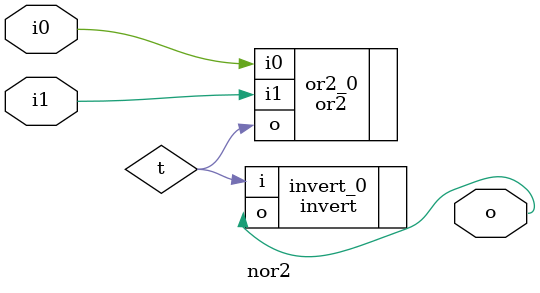
<source format=v>
module nor2 (
    input wire i0,       // in operand i0
    input wire i1,       // in operand i1
    
    output wire o        // out signal o
);

    wire t;

    or2 or2_0 (
        .i0(i0),
        .i1(i1),
        .o(t)
    ); // Module

    invert invert_0 (
        .i(t),
        .o(o)
    ); // Module

endmodule
</source>
